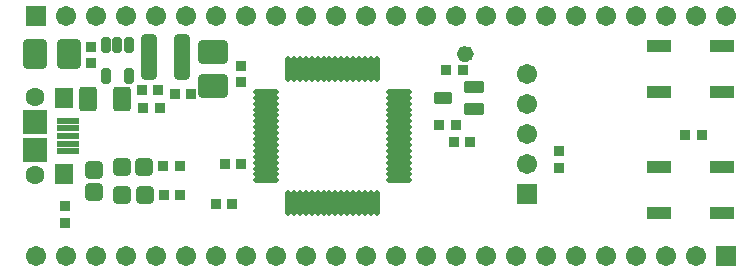
<source format=gts>
G04 Layer_Color=8388736*
%FSLAX24Y24*%
%MOIN*%
G70*
G01*
G75*
%ADD31C,0.0300*%
G04:AMPARAMS|DCode=57|XSize=39.5mil|YSize=67.1mil|CornerRadius=7.9mil|HoleSize=0mil|Usage=FLASHONLY|Rotation=90.000|XOffset=0mil|YOffset=0mil|HoleType=Round|Shape=RoundedRectangle|*
%AMROUNDEDRECTD57*
21,1,0.0395,0.0512,0,0,90.0*
21,1,0.0236,0.0671,0,0,90.0*
1,1,0.0159,0.0256,0.0118*
1,1,0.0159,0.0256,-0.0118*
1,1,0.0159,-0.0256,-0.0118*
1,1,0.0159,-0.0256,0.0118*
%
%ADD57ROUNDEDRECTD57*%
G04:AMPARAMS|DCode=58|XSize=39.5mil|YSize=63.1mil|CornerRadius=7.9mil|HoleSize=0mil|Usage=FLASHONLY|Rotation=90.000|XOffset=0mil|YOffset=0mil|HoleType=Round|Shape=RoundedRectangle|*
%AMROUNDEDRECTD58*
21,1,0.0395,0.0472,0,0,90.0*
21,1,0.0236,0.0631,0,0,90.0*
1,1,0.0159,0.0236,0.0118*
1,1,0.0159,0.0236,-0.0118*
1,1,0.0159,-0.0236,-0.0118*
1,1,0.0159,-0.0236,0.0118*
%
%ADD58ROUNDEDRECTD58*%
%ADD59R,0.0380X0.0380*%
%ADD60R,0.0180X0.0180*%
%ADD61O,0.0210X0.0848*%
%ADD62O,0.0848X0.0210*%
%ADD63R,0.0631X0.0710*%
%ADD64R,0.0828X0.0828*%
%ADD65R,0.0730X0.0237*%
G04:AMPARAMS|DCode=66|XSize=31.6mil|YSize=55.2mil|CornerRadius=7mil|HoleSize=0mil|Usage=FLASHONLY|Rotation=180.000|XOffset=0mil|YOffset=0mil|HoleType=Round|Shape=RoundedRectangle|*
%AMROUNDEDRECTD66*
21,1,0.0316,0.0413,0,0,180.0*
21,1,0.0177,0.0552,0,0,180.0*
1,1,0.0139,-0.0089,0.0207*
1,1,0.0139,0.0089,0.0207*
1,1,0.0139,0.0089,-0.0207*
1,1,0.0139,-0.0089,-0.0207*
%
%ADD66ROUNDEDRECTD66*%
G04:AMPARAMS|DCode=67|XSize=98.6mil|YSize=78.9mil|CornerRadius=12.9mil|HoleSize=0mil|Usage=FLASHONLY|Rotation=270.000|XOffset=0mil|YOffset=0mil|HoleType=Round|Shape=RoundedRectangle|*
%AMROUNDEDRECTD67*
21,1,0.0986,0.0532,0,0,270.0*
21,1,0.0728,0.0789,0,0,270.0*
1,1,0.0257,-0.0266,-0.0364*
1,1,0.0257,-0.0266,0.0364*
1,1,0.0257,0.0266,0.0364*
1,1,0.0257,0.0266,-0.0364*
%
%ADD67ROUNDEDRECTD67*%
G04:AMPARAMS|DCode=68|XSize=98.6mil|YSize=78.9mil|CornerRadius=12.9mil|HoleSize=0mil|Usage=FLASHONLY|Rotation=0.000|XOffset=0mil|YOffset=0mil|HoleType=Round|Shape=RoundedRectangle|*
%AMROUNDEDRECTD68*
21,1,0.0986,0.0532,0,0,0.0*
21,1,0.0728,0.0789,0,0,0.0*
1,1,0.0257,0.0364,-0.0266*
1,1,0.0257,-0.0364,-0.0266*
1,1,0.0257,-0.0364,0.0266*
1,1,0.0257,0.0364,0.0266*
%
%ADD68ROUNDEDRECTD68*%
%ADD69R,0.0380X0.0380*%
G04:AMPARAMS|DCode=70|XSize=55.2mil|YSize=153.7mil|CornerRadius=15.8mil|HoleSize=0mil|Usage=FLASHONLY|Rotation=0.000|XOffset=0mil|YOffset=0mil|HoleType=Round|Shape=RoundedRectangle|*
%AMROUNDEDRECTD70*
21,1,0.0552,0.1220,0,0,0.0*
21,1,0.0236,0.1537,0,0,0.0*
1,1,0.0316,0.0118,-0.0610*
1,1,0.0316,-0.0118,-0.0610*
1,1,0.0316,-0.0118,0.0610*
1,1,0.0316,0.0118,0.0610*
%
%ADD70ROUNDEDRECTD70*%
G04:AMPARAMS|DCode=71|XSize=82.8mil|YSize=59.2mil|CornerRadius=10.4mil|HoleSize=0mil|Usage=FLASHONLY|Rotation=90.000|XOffset=0mil|YOffset=0mil|HoleType=Round|Shape=RoundedRectangle|*
%AMROUNDEDRECTD71*
21,1,0.0828,0.0384,0,0,90.0*
21,1,0.0620,0.0592,0,0,90.0*
1,1,0.0208,0.0192,0.0310*
1,1,0.0208,0.0192,-0.0310*
1,1,0.0208,-0.0192,-0.0310*
1,1,0.0208,-0.0192,0.0310*
%
%ADD71ROUNDEDRECTD71*%
G04:AMPARAMS|DCode=72|XSize=58mil|YSize=58mil|CornerRadius=10.3mil|HoleSize=0mil|Usage=FLASHONLY|Rotation=90.000|XOffset=0mil|YOffset=0mil|HoleType=Round|Shape=RoundedRectangle|*
%AMROUNDEDRECTD72*
21,1,0.0580,0.0375,0,0,90.0*
21,1,0.0375,0.0580,0,0,90.0*
1,1,0.0205,0.0188,0.0188*
1,1,0.0205,0.0188,-0.0188*
1,1,0.0205,-0.0188,-0.0188*
1,1,0.0205,-0.0188,0.0188*
%
%ADD72ROUNDEDRECTD72*%
G04:AMPARAMS|DCode=73|XSize=58mil|YSize=58mil|CornerRadius=10.3mil|HoleSize=0mil|Usage=FLASHONLY|Rotation=180.000|XOffset=0mil|YOffset=0mil|HoleType=Round|Shape=RoundedRectangle|*
%AMROUNDEDRECTD73*
21,1,0.0580,0.0375,0,0,180.0*
21,1,0.0375,0.0580,0,0,180.0*
1,1,0.0205,-0.0188,0.0188*
1,1,0.0205,0.0188,0.0188*
1,1,0.0205,0.0188,-0.0188*
1,1,0.0205,-0.0188,-0.0188*
%
%ADD73ROUNDEDRECTD73*%
%ADD74R,0.0789X0.0434*%
%ADD75C,0.0631*%
%ADD76C,0.0671*%
%ADD77R,0.0671X0.0671*%
%ADD78R,0.0671X0.0671*%
D31*
X15012Y7200D02*
G03*
X15012Y7200I-132J0D01*
G01*
D57*
X15172Y6104D02*
D03*
Y5356D02*
D03*
D58*
X14148Y5730D02*
D03*
D59*
X14020Y4830D02*
D03*
X14570D02*
D03*
X14240Y6650D02*
D03*
X14790D02*
D03*
X5740Y5860D02*
D03*
X5190D02*
D03*
X4100Y5990D02*
D03*
X4650D02*
D03*
X15050Y4250D02*
D03*
X14500D02*
D03*
X5360Y3450D02*
D03*
X4810D02*
D03*
X5380Y2500D02*
D03*
X4830D02*
D03*
X7120Y2200D02*
D03*
X6570D02*
D03*
X7420Y3530D02*
D03*
X6870D02*
D03*
X4150Y5390D02*
D03*
X4700D02*
D03*
X22760Y4500D02*
D03*
X22210D02*
D03*
D60*
X14881Y7349D02*
D03*
Y7049D02*
D03*
D61*
X11926Y2236D02*
D03*
X11730D02*
D03*
X11533D02*
D03*
X11336D02*
D03*
X11139D02*
D03*
X10942D02*
D03*
X10745D02*
D03*
X10548D02*
D03*
X10352D02*
D03*
X10155D02*
D03*
X9958D02*
D03*
X9761D02*
D03*
X9564D02*
D03*
X9367D02*
D03*
X9170D02*
D03*
X8974D02*
D03*
Y6685D02*
D03*
X9170D02*
D03*
X9367D02*
D03*
X9564D02*
D03*
X9761D02*
D03*
X9958D02*
D03*
X10155D02*
D03*
X10352D02*
D03*
X10548D02*
D03*
X10745D02*
D03*
X10942D02*
D03*
X11139D02*
D03*
X11336D02*
D03*
X11533D02*
D03*
X11730D02*
D03*
X11926D02*
D03*
D62*
X8226Y2984D02*
D03*
Y3181D02*
D03*
Y3378D02*
D03*
Y3575D02*
D03*
Y3772D02*
D03*
Y3968D02*
D03*
Y4165D02*
D03*
Y4362D02*
D03*
Y4559D02*
D03*
Y4756D02*
D03*
Y4953D02*
D03*
Y5150D02*
D03*
Y5346D02*
D03*
Y5543D02*
D03*
Y5740D02*
D03*
Y5937D02*
D03*
X12674D02*
D03*
Y5740D02*
D03*
Y5543D02*
D03*
Y5346D02*
D03*
Y5150D02*
D03*
Y4953D02*
D03*
Y4756D02*
D03*
Y4559D02*
D03*
Y4362D02*
D03*
Y4165D02*
D03*
Y3968D02*
D03*
Y3772D02*
D03*
Y3575D02*
D03*
Y3378D02*
D03*
Y3181D02*
D03*
Y2984D02*
D03*
D63*
X1495Y5720D02*
D03*
Y3201D02*
D03*
D64*
X530Y4933D02*
D03*
Y3988D02*
D03*
D65*
X1642Y4205D02*
D03*
Y4972D02*
D03*
Y3949D02*
D03*
Y4717D02*
D03*
Y4461D02*
D03*
D66*
X2906Y7492D02*
D03*
X3280D02*
D03*
X3654D02*
D03*
X2906Y6468D02*
D03*
X3654D02*
D03*
D67*
X1671Y7200D02*
D03*
X529D02*
D03*
D68*
X6460Y7261D02*
D03*
Y6119D02*
D03*
D69*
X2390Y7440D02*
D03*
Y6890D02*
D03*
X1550Y1580D02*
D03*
Y2130D02*
D03*
X7410Y6260D02*
D03*
Y6810D02*
D03*
X18020Y3410D02*
D03*
Y3960D02*
D03*
D70*
X4339Y7100D02*
D03*
X5441D02*
D03*
D71*
X2289Y5710D02*
D03*
X3431D02*
D03*
D72*
X2490Y3345D02*
D03*
Y2595D02*
D03*
D73*
X3425Y3440D02*
D03*
X4175D02*
D03*
X3445Y2500D02*
D03*
X4195D02*
D03*
D74*
X23440Y5942D02*
D03*
X21340D02*
D03*
X23440Y7478D02*
D03*
X21340D02*
D03*
X23440Y1902D02*
D03*
X21340D02*
D03*
X23440Y3438D02*
D03*
X21340D02*
D03*
D75*
X530Y5760D02*
D03*
Y3161D02*
D03*
D76*
X1560Y8450D02*
D03*
X2560D02*
D03*
X3560D02*
D03*
X4560D02*
D03*
X5560D02*
D03*
X6560D02*
D03*
X7560D02*
D03*
X8560D02*
D03*
X9560D02*
D03*
X10560D02*
D03*
X11560D02*
D03*
X12560D02*
D03*
X13560D02*
D03*
X14560D02*
D03*
X15560D02*
D03*
X16560D02*
D03*
X17560D02*
D03*
X18560D02*
D03*
X19560D02*
D03*
X20560D02*
D03*
X21560D02*
D03*
X22560D02*
D03*
X23560D02*
D03*
X22560Y450D02*
D03*
X21560D02*
D03*
X20560D02*
D03*
X19560D02*
D03*
X18560D02*
D03*
X17560D02*
D03*
X16560D02*
D03*
X15560D02*
D03*
X14560D02*
D03*
X13560D02*
D03*
X12560D02*
D03*
X11560D02*
D03*
X10560D02*
D03*
X9560D02*
D03*
X8560D02*
D03*
X7560D02*
D03*
X6560D02*
D03*
X5560D02*
D03*
X4560D02*
D03*
X3560D02*
D03*
X2560D02*
D03*
X1560D02*
D03*
X560D02*
D03*
X16950Y3530D02*
D03*
Y6530D02*
D03*
Y4530D02*
D03*
Y5530D02*
D03*
D77*
X560Y8450D02*
D03*
X23560Y450D02*
D03*
D78*
X16950Y2530D02*
D03*
M02*

</source>
